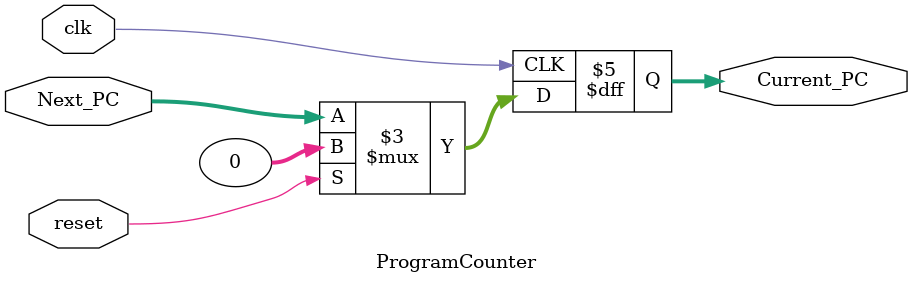
<source format=sv>
module ProgramCounter #(parameter Width = 32) (
    input logic [Width - 1:0] Next_PC,
    input logic clk, 
    input logic reset,
    output reg [Width - 1:0] Current_PC
);

    always_ff @( posedge clk ) begin
        if (reset)
            Current_PC = 0;
        else
            Current_PC = Next_PC;
    end
    
endmodule
</source>
